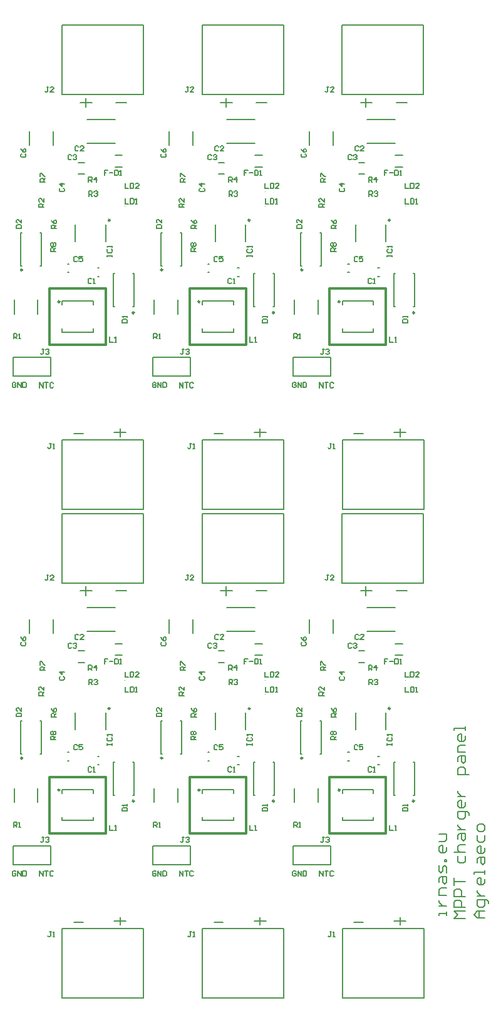
<source format=gto>
G04*
G04 #@! TF.GenerationSoftware,Altium Limited,Altium Designer,18.1.9 (240)*
G04*
G04 Layer_Color=65535*
%FSAX25Y25*%
%MOIN*%
G70*
G01*
G75*
%ADD26C,0.01181*%
%ADD43C,0.00787*%
%ADD44C,0.00394*%
%ADD45C,0.00984*%
%ADD46C,0.00591*%
D26*
X0305362Y0186716D02*
Y0216717D01*
X0335362D01*
Y0186716D02*
Y0216717D01*
X0305362Y0186716D02*
X0335362D01*
X0379929D02*
Y0216717D01*
X0409929D01*
Y0186716D02*
Y0216717D01*
X0379929Y0186716D02*
X0409929D01*
X0454496D02*
Y0216717D01*
X0484496D01*
Y0186716D02*
Y0216717D01*
X0454496Y0186716D02*
X0484496D01*
X0305362Y0446866D02*
Y0476866D01*
X0335362D01*
Y0446866D02*
Y0476866D01*
X0305362Y0446866D02*
X0335362D01*
X0379929D02*
Y0476866D01*
X0409929D01*
Y0446866D02*
Y0476866D01*
X0379929Y0446866D02*
X0409929D01*
X0454496D02*
Y0476866D01*
X0484496D01*
Y0446866D02*
Y0476866D01*
X0454496Y0446866D02*
X0484496D01*
D43*
X0516634Y0142913D02*
Y0144881D01*
Y0143897D01*
X0512698D01*
Y0142913D01*
Y0147833D02*
X0516634D01*
X0514666D01*
X0513682Y0148817D01*
X0512698Y0149801D01*
Y0150785D01*
X0516634Y0153737D02*
X0512698D01*
Y0156688D01*
X0513682Y0157672D01*
X0516634D01*
X0512698Y0160624D02*
Y0162592D01*
X0513682Y0163576D01*
X0516634D01*
Y0160624D01*
X0515650Y0159640D01*
X0514666Y0160624D01*
Y0163576D01*
X0516634Y0165544D02*
Y0168496D01*
X0515650Y0169480D01*
X0514666Y0168496D01*
Y0166528D01*
X0513682Y0165544D01*
X0512698Y0166528D01*
Y0169480D01*
X0516634Y0171448D02*
X0515650D01*
Y0172431D01*
X0516634D01*
Y0171448D01*
Y0179319D02*
Y0177351D01*
X0515650Y0176367D01*
X0513682D01*
X0512698Y0177351D01*
Y0179319D01*
X0513682Y0180303D01*
X0514666D01*
Y0176367D01*
X0512698Y0182271D02*
X0515650D01*
X0516634Y0183255D01*
Y0186206D01*
X0512698D01*
X0526575Y0141240D02*
X0520672D01*
X0522640Y0143208D01*
X0520672Y0145176D01*
X0526575D01*
Y0147144D02*
X0520672D01*
Y0150096D01*
X0521656Y0151079D01*
X0523624D01*
X0524608Y0150096D01*
Y0147144D01*
X0526575Y0153047D02*
X0520672D01*
Y0155999D01*
X0521656Y0156983D01*
X0523624D01*
X0524608Y0155999D01*
Y0153047D01*
X0520672Y0158951D02*
Y0162887D01*
Y0160919D01*
X0526575D01*
X0522640Y0174694D02*
Y0171742D01*
X0523624Y0170758D01*
X0525592D01*
X0526575Y0171742D01*
Y0174694D01*
X0520672Y0176662D02*
X0526575D01*
X0523624D01*
X0522640Y0177646D01*
Y0179614D01*
X0523624Y0180597D01*
X0526575D01*
X0522640Y0183549D02*
Y0185517D01*
X0523624Y0186501D01*
X0526575D01*
Y0183549D01*
X0525592Y0182565D01*
X0524608Y0183549D01*
Y0186501D01*
X0522640Y0188469D02*
X0526575D01*
X0524608D01*
X0523624Y0189453D01*
X0522640Y0190437D01*
Y0191421D01*
X0528543Y0196340D02*
Y0197324D01*
X0527559Y0198308D01*
X0522640D01*
Y0195357D01*
X0523624Y0194373D01*
X0525592D01*
X0526575Y0195357D01*
Y0198308D01*
Y0203228D02*
Y0201260D01*
X0525592Y0200276D01*
X0523624D01*
X0522640Y0201260D01*
Y0203228D01*
X0523624Y0204212D01*
X0524608D01*
Y0200276D01*
X0522640Y0206180D02*
X0526575D01*
X0524608D01*
X0523624Y0207164D01*
X0522640Y0208148D01*
Y0209132D01*
X0528543Y0217987D02*
X0522640D01*
Y0220939D01*
X0523624Y0221923D01*
X0525592D01*
X0526575Y0220939D01*
Y0217987D01*
X0522640Y0224874D02*
Y0226842D01*
X0523624Y0227826D01*
X0526575D01*
Y0224874D01*
X0525592Y0223891D01*
X0524608Y0224874D01*
Y0227826D01*
X0526575Y0229794D02*
X0522640D01*
Y0232746D01*
X0523624Y0233730D01*
X0526575D01*
Y0238650D02*
Y0236682D01*
X0525592Y0235698D01*
X0523624D01*
X0522640Y0236682D01*
Y0238650D01*
X0523624Y0239633D01*
X0524608D01*
Y0235698D01*
X0526575Y0241601D02*
Y0243569D01*
Y0242585D01*
X0520672D01*
Y0241601D01*
X0537107Y0141437D02*
X0533171D01*
X0531203Y0143405D01*
X0533171Y0145373D01*
X0537107D01*
X0534155D01*
Y0141437D01*
X0539075Y0149309D02*
Y0150292D01*
X0538091Y0151276D01*
X0533171D01*
Y0148325D01*
X0534155Y0147341D01*
X0536123D01*
X0537107Y0148325D01*
Y0151276D01*
X0533171Y0153244D02*
X0537107D01*
X0535139D01*
X0534155Y0154228D01*
X0533171Y0155212D01*
Y0156196D01*
X0537107Y0162100D02*
Y0160132D01*
X0536123Y0159148D01*
X0534155D01*
X0533171Y0160132D01*
Y0162100D01*
X0534155Y0163084D01*
X0535139D01*
Y0159148D01*
X0537107Y0165051D02*
Y0167019D01*
Y0166035D01*
X0531203D01*
Y0165051D01*
X0533171Y0170955D02*
Y0172923D01*
X0534155Y0173907D01*
X0537107D01*
Y0170955D01*
X0536123Y0169971D01*
X0535139Y0170955D01*
Y0173907D01*
X0537107Y0178826D02*
Y0176859D01*
X0536123Y0175875D01*
X0534155D01*
X0533171Y0176859D01*
Y0178826D01*
X0534155Y0179810D01*
X0535139D01*
Y0175875D01*
X0533171Y0185714D02*
Y0182762D01*
X0534155Y0181778D01*
X0536123D01*
X0537107Y0182762D01*
Y0185714D01*
Y0188666D02*
Y0190634D01*
X0536123Y0191618D01*
X0534155D01*
X0533171Y0190634D01*
Y0188666D01*
X0534155Y0187682D01*
X0536123D01*
X0537107Y0188666D01*
X0340835Y0315850D02*
X0346504D01*
X0321779Y0315929D02*
X0328000D01*
X0324693Y0313409D02*
Y0318173D01*
X0339693Y0140024D02*
X0346031D01*
X0342921Y0137858D02*
Y0141992D01*
X0318315Y0139276D02*
X0323236D01*
X0294614Y0293094D02*
Y0300575D01*
X0307213Y0293094D02*
Y0300575D01*
X0299181Y0203134D02*
Y0210614D01*
X0286583Y0203134D02*
Y0210614D01*
X0312095Y0209985D02*
X0328630D01*
X0312095Y0193449D02*
X0328630D01*
X0312095Y0208016D02*
Y0209985D01*
X0328630Y0208016D02*
Y0209985D01*
X0312095Y0193449D02*
Y0195418D01*
X0328630Y0193449D02*
Y0195418D01*
X0285953Y0170024D02*
Y0180024D01*
X0305953D01*
Y0170024D02*
Y0180024D01*
X0285953Y0170024D02*
X0305953D01*
X0340244Y0287642D02*
X0344181D01*
X0340244Y0281539D02*
X0344181D01*
X0289968Y0228842D02*
X0290657D01*
X0289968Y0246559D02*
X0290657D01*
X0300303Y0228842D02*
X0300992D01*
X0300303Y0246559D02*
X0300992D01*
X0289968Y0228842D02*
Y0246559D01*
X0300992Y0228842D02*
Y0246559D01*
X0339457Y0206992D02*
X0340146D01*
X0339457Y0224709D02*
X0340146D01*
X0349791Y0206992D02*
X0350480D01*
X0349791Y0224709D02*
X0350480D01*
X0339457Y0206992D02*
Y0224709D01*
X0350480Y0206992D02*
Y0224709D01*
X0330953Y0223193D02*
X0331740D01*
X0330953Y0227720D02*
X0331740D01*
X0325244Y0306835D02*
X0340205D01*
X0325244Y0294236D02*
X0340205D01*
X0320795Y0277720D02*
X0323945D01*
X0320795Y0283823D02*
X0323945D01*
X0315008Y0229925D02*
X0315795D01*
X0315008Y0225398D02*
X0315795D01*
X0319063Y0241843D02*
Y0250898D01*
X0335205Y0241843D02*
Y0250898D01*
X0312173Y0136075D02*
X0342646D01*
X0312173Y0098961D02*
Y0136075D01*
Y0098961D02*
X0355480D01*
Y0118311D01*
Y0136075D01*
X0342646D02*
X0355480D01*
X0324890Y0319957D02*
X0355362D01*
Y0357071D01*
X0312055D02*
X0355362D01*
X0312055Y0337720D02*
Y0357071D01*
Y0319957D02*
Y0337720D01*
Y0319957D02*
X0324890D01*
X0415402Y0315850D02*
X0421071D01*
X0396346Y0315929D02*
X0402567D01*
X0399260Y0313409D02*
Y0318173D01*
X0414260Y0140024D02*
X0420598D01*
X0417488Y0137858D02*
Y0141992D01*
X0392882Y0139276D02*
X0397803D01*
X0369181Y0293094D02*
Y0300575D01*
X0381780Y0293094D02*
Y0300575D01*
X0373748Y0203134D02*
Y0210614D01*
X0361150Y0203134D02*
Y0210614D01*
X0386662Y0209985D02*
X0403197D01*
X0386662Y0193449D02*
X0403197D01*
X0386662Y0208016D02*
Y0209985D01*
X0403197Y0208016D02*
Y0209985D01*
X0386662Y0193449D02*
Y0195418D01*
X0403197Y0193449D02*
Y0195418D01*
X0360520Y0170024D02*
Y0180024D01*
X0380520D01*
Y0170024D02*
Y0180024D01*
X0360520Y0170024D02*
X0380520D01*
X0414811Y0287642D02*
X0418748D01*
X0414811Y0281539D02*
X0418748D01*
X0364535Y0228842D02*
X0365224D01*
X0364535Y0246559D02*
X0365224D01*
X0374870Y0228842D02*
X0375559D01*
X0374870Y0246559D02*
X0375559D01*
X0364535Y0228842D02*
Y0246559D01*
X0375559Y0228842D02*
Y0246559D01*
X0414024Y0206992D02*
X0414713D01*
X0414024Y0224709D02*
X0414713D01*
X0424358Y0206992D02*
X0425047D01*
X0424358Y0224709D02*
X0425047D01*
X0414024Y0206992D02*
Y0224709D01*
X0425047Y0206992D02*
Y0224709D01*
X0405520Y0223193D02*
X0406307D01*
X0405520Y0227720D02*
X0406307D01*
X0399811Y0306835D02*
X0414772D01*
X0399811Y0294236D02*
X0414772D01*
X0395362Y0277720D02*
X0398512D01*
X0395362Y0283823D02*
X0398512D01*
X0389575Y0229925D02*
X0390362D01*
X0389575Y0225398D02*
X0390362D01*
X0393630Y0241843D02*
Y0250898D01*
X0409772Y0241843D02*
Y0250898D01*
X0386740Y0136075D02*
X0417213D01*
X0386740Y0098961D02*
Y0136075D01*
Y0098961D02*
X0430047D01*
Y0118311D01*
Y0136075D01*
X0417213D02*
X0430047D01*
X0399457Y0319957D02*
X0429929D01*
Y0357071D01*
X0386622D02*
X0429929D01*
X0386622Y0337720D02*
Y0357071D01*
Y0319957D02*
Y0337720D01*
Y0319957D02*
X0399457D01*
X0489968Y0315850D02*
X0495638D01*
X0470913Y0315929D02*
X0477134D01*
X0473827Y0313409D02*
Y0318173D01*
X0488827Y0140024D02*
X0495165D01*
X0492055Y0137858D02*
Y0141992D01*
X0467449Y0139276D02*
X0472370D01*
X0443748Y0293094D02*
Y0300575D01*
X0456346Y0293094D02*
Y0300575D01*
X0448315Y0203134D02*
Y0210614D01*
X0435716Y0203134D02*
Y0210614D01*
X0461229Y0209985D02*
X0477764D01*
X0461229Y0193449D02*
X0477764D01*
X0461229Y0208016D02*
Y0209985D01*
X0477764Y0208016D02*
Y0209985D01*
X0461229Y0193449D02*
Y0195418D01*
X0477764Y0193449D02*
Y0195418D01*
X0435087Y0170024D02*
Y0180024D01*
X0455087D01*
Y0170024D02*
Y0180024D01*
X0435087Y0170024D02*
X0455087D01*
X0489378Y0287642D02*
X0493315D01*
X0489378Y0281539D02*
X0493315D01*
X0439102Y0228842D02*
X0439791D01*
X0439102Y0246559D02*
X0439791D01*
X0449437Y0228842D02*
X0450126D01*
X0449437Y0246559D02*
X0450126D01*
X0439102Y0228842D02*
Y0246559D01*
X0450126Y0228842D02*
Y0246559D01*
X0488590Y0206992D02*
X0489280D01*
X0488590Y0224709D02*
X0489280D01*
X0498925Y0206992D02*
X0499614D01*
X0498925Y0224709D02*
X0499614D01*
X0488590Y0206992D02*
Y0224709D01*
X0499614Y0206992D02*
Y0224709D01*
X0480087Y0223193D02*
X0480874D01*
X0480087Y0227720D02*
X0480874D01*
X0474378Y0306835D02*
X0489339D01*
X0474378Y0294236D02*
X0489339D01*
X0469929Y0277720D02*
X0473079D01*
X0469929Y0283823D02*
X0473079D01*
X0464142Y0229925D02*
X0464929D01*
X0464142Y0225398D02*
X0464929D01*
X0468197Y0241843D02*
Y0250898D01*
X0484339Y0241843D02*
Y0250898D01*
X0461307Y0136075D02*
X0491780D01*
X0461307Y0098961D02*
Y0136075D01*
Y0098961D02*
X0504614D01*
Y0118311D01*
Y0136075D01*
X0491780D02*
X0504614D01*
X0474024Y0319957D02*
X0504496D01*
Y0357071D01*
X0461189D02*
X0504496D01*
X0461189Y0337720D02*
Y0357071D01*
Y0319957D02*
Y0337720D01*
Y0319957D02*
X0474024D01*
X0340835Y0576000D02*
X0346504D01*
X0321779Y0576078D02*
X0328000D01*
X0324693Y0573559D02*
Y0578323D01*
X0339693Y0400173D02*
X0346031D01*
X0342921Y0398007D02*
Y0402141D01*
X0318315Y0399425D02*
X0323236D01*
X0294614Y0553244D02*
Y0560724D01*
X0307213Y0553244D02*
Y0560724D01*
X0299181Y0463283D02*
Y0470763D01*
X0286583Y0463283D02*
Y0470763D01*
X0312095Y0470134D02*
X0328630D01*
X0312095Y0453598D02*
X0328630D01*
X0312095Y0468165D02*
Y0470134D01*
X0328630Y0468165D02*
Y0470134D01*
X0312095Y0453598D02*
Y0455567D01*
X0328630Y0453598D02*
Y0455567D01*
X0285953Y0430173D02*
Y0440173D01*
X0305953D01*
Y0430173D02*
Y0440173D01*
X0285953Y0430173D02*
X0305953D01*
X0340244Y0547791D02*
X0344181D01*
X0340244Y0541689D02*
X0344181D01*
X0289968Y0488992D02*
X0290657D01*
X0289968Y0506708D02*
X0290657D01*
X0300303Y0488992D02*
X0300992D01*
X0300303Y0506708D02*
X0300992D01*
X0289968Y0488992D02*
Y0506708D01*
X0300992Y0488992D02*
Y0506708D01*
X0339457Y0467141D02*
X0340146D01*
X0339457Y0484858D02*
X0340146D01*
X0349791Y0467141D02*
X0350480D01*
X0349791Y0484858D02*
X0350480D01*
X0339457Y0467141D02*
Y0484858D01*
X0350480Y0467141D02*
Y0484858D01*
X0330953Y0483342D02*
X0331740D01*
X0330953Y0487870D02*
X0331740D01*
X0325244Y0566984D02*
X0340205D01*
X0325244Y0554386D02*
X0340205D01*
X0320795Y0537870D02*
X0323945D01*
X0320795Y0543972D02*
X0323945D01*
X0315008Y0490074D02*
X0315795D01*
X0315008Y0485547D02*
X0315795D01*
X0319063Y0501992D02*
Y0511047D01*
X0335205Y0501992D02*
Y0511047D01*
X0312173Y0396224D02*
X0342646D01*
X0312173Y0359110D02*
Y0396224D01*
Y0359110D02*
X0355480D01*
Y0378460D01*
Y0396224D01*
X0342646D02*
X0355480D01*
X0324890Y0580106D02*
X0355362D01*
Y0617220D01*
X0312055D02*
X0355362D01*
X0312055Y0597870D02*
Y0617220D01*
Y0580106D02*
Y0597870D01*
Y0580106D02*
X0324890D01*
X0415402Y0576000D02*
X0421071D01*
X0396346Y0576078D02*
X0402567D01*
X0399260Y0573559D02*
Y0578323D01*
X0414260Y0400173D02*
X0420598D01*
X0417488Y0398007D02*
Y0402141D01*
X0392882Y0399425D02*
X0397803D01*
X0369181Y0553244D02*
Y0560724D01*
X0381780Y0553244D02*
Y0560724D01*
X0373748Y0463283D02*
Y0470763D01*
X0361150Y0463283D02*
Y0470763D01*
X0386662Y0470134D02*
X0403197D01*
X0386662Y0453598D02*
X0403197D01*
X0386662Y0468165D02*
Y0470134D01*
X0403197Y0468165D02*
Y0470134D01*
X0386662Y0453598D02*
Y0455567D01*
X0403197Y0453598D02*
Y0455567D01*
X0360520Y0430173D02*
Y0440173D01*
X0380520D01*
Y0430173D02*
Y0440173D01*
X0360520Y0430173D02*
X0380520D01*
X0414811Y0547791D02*
X0418748D01*
X0414811Y0541689D02*
X0418748D01*
X0364535Y0488992D02*
X0365224D01*
X0364535Y0506708D02*
X0365224D01*
X0374870Y0488992D02*
X0375559D01*
X0374870Y0506708D02*
X0375559D01*
X0364535Y0488992D02*
Y0506708D01*
X0375559Y0488992D02*
Y0506708D01*
X0414024Y0467141D02*
X0414713D01*
X0414024Y0484858D02*
X0414713D01*
X0424358Y0467141D02*
X0425047D01*
X0424358Y0484858D02*
X0425047D01*
X0414024Y0467141D02*
Y0484858D01*
X0425047Y0467141D02*
Y0484858D01*
X0405520Y0483342D02*
X0406307D01*
X0405520Y0487870D02*
X0406307D01*
X0399811Y0566984D02*
X0414772D01*
X0399811Y0554386D02*
X0414772D01*
X0395362Y0537870D02*
X0398512D01*
X0395362Y0543972D02*
X0398512D01*
X0389575Y0490074D02*
X0390362D01*
X0389575Y0485547D02*
X0390362D01*
X0393630Y0501992D02*
Y0511047D01*
X0409772Y0501992D02*
Y0511047D01*
X0386740Y0396224D02*
X0417213D01*
X0386740Y0359110D02*
Y0396224D01*
Y0359110D02*
X0430047D01*
Y0378460D01*
Y0396224D01*
X0417213D02*
X0430047D01*
X0399457Y0580106D02*
X0429929D01*
Y0617220D01*
X0386622D02*
X0429929D01*
X0386622Y0597870D02*
Y0617220D01*
Y0580106D02*
Y0597870D01*
Y0580106D02*
X0399457D01*
X0489968Y0576000D02*
X0495638D01*
X0470913Y0576078D02*
X0477134D01*
X0473827Y0573559D02*
Y0578323D01*
X0488827Y0400173D02*
X0495165D01*
X0492055Y0398007D02*
Y0402141D01*
X0467449Y0399425D02*
X0472370D01*
X0443748Y0553244D02*
Y0560724D01*
X0456346Y0553244D02*
Y0560724D01*
X0448315Y0463283D02*
Y0470763D01*
X0435716Y0463283D02*
Y0470763D01*
X0461229Y0470134D02*
X0477764D01*
X0461229Y0453598D02*
X0477764D01*
X0461229Y0468165D02*
Y0470134D01*
X0477764Y0468165D02*
Y0470134D01*
X0461229Y0453598D02*
Y0455567D01*
X0477764Y0453598D02*
Y0455567D01*
X0435087Y0430173D02*
Y0440173D01*
X0455087D01*
Y0430173D02*
Y0440173D01*
X0435087Y0430173D02*
X0455087D01*
X0489378Y0547791D02*
X0493315D01*
X0489378Y0541689D02*
X0493315D01*
X0439102Y0488992D02*
X0439791D01*
X0439102Y0506708D02*
X0439791D01*
X0449437Y0488992D02*
X0450126D01*
X0449437Y0506708D02*
X0450126D01*
X0439102Y0488992D02*
Y0506708D01*
X0450126Y0488992D02*
Y0506708D01*
X0488590Y0467141D02*
X0489280D01*
X0488590Y0484858D02*
X0489280D01*
X0498925Y0467141D02*
X0499614D01*
X0498925Y0484858D02*
X0499614D01*
X0488590Y0467141D02*
Y0484858D01*
X0499614Y0467141D02*
Y0484858D01*
X0480087Y0483342D02*
X0480874D01*
X0480087Y0487870D02*
X0480874D01*
X0474378Y0566984D02*
X0489339D01*
X0474378Y0554386D02*
X0489339D01*
X0469929Y0537870D02*
X0473079D01*
X0469929Y0543972D02*
X0473079D01*
X0464142Y0490074D02*
X0464929D01*
X0464142Y0485547D02*
X0464929D01*
X0468197Y0501992D02*
Y0511047D01*
X0484339Y0501992D02*
Y0511047D01*
X0461307Y0396224D02*
X0491780D01*
X0461307Y0359110D02*
Y0396224D01*
Y0359110D02*
X0504614D01*
Y0378460D01*
Y0396224D01*
X0491780D02*
X0504614D01*
X0474024Y0580106D02*
X0504496D01*
Y0617220D01*
X0461189D02*
X0504496D01*
X0461189Y0597870D02*
Y0617220D01*
Y0580106D02*
Y0597870D01*
Y0580106D02*
X0474024D01*
D44*
X0345662Y0260645D02*
G03*
X0345662Y0260645I-0000197J0000000D01*
G01*
Y0268145D02*
G03*
X0345662Y0268145I-0000197J0000000D01*
G01*
X0420229Y0260645D02*
G03*
X0420229Y0260645I-0000197J0000000D01*
G01*
Y0268145D02*
G03*
X0420229Y0268145I-0000197J0000000D01*
G01*
X0494796Y0260645D02*
G03*
X0494796Y0260645I-0000197J0000000D01*
G01*
Y0268145D02*
G03*
X0494796Y0268145I-0000197J0000000D01*
G01*
X0345662Y0520794D02*
G03*
X0345662Y0520794I-0000197J0000000D01*
G01*
Y0528294D02*
G03*
X0345662Y0528294I-0000197J0000000D01*
G01*
X0420229Y0520794D02*
G03*
X0420229Y0520794I-0000197J0000000D01*
G01*
Y0528294D02*
G03*
X0420229Y0528294I-0000197J0000000D01*
G01*
X0494796Y0520794D02*
G03*
X0494796Y0520794I-0000197J0000000D01*
G01*
Y0528294D02*
G03*
X0494796Y0528294I-0000197J0000000D01*
G01*
D45*
X0310855Y0209717D02*
G03*
X0310855Y0209717I-0000492J0000000D01*
G01*
X0290972Y0226701D02*
G03*
X0290972Y0226701I-0000492J0000000D01*
G01*
X0350461Y0203850D02*
G03*
X0350461Y0203850I-0000492J0000000D01*
G01*
X0337567Y0253161D02*
G03*
X0337567Y0253161I-0000492J0000000D01*
G01*
X0385422Y0209717D02*
G03*
X0385422Y0209717I-0000492J0000000D01*
G01*
X0365539Y0226701D02*
G03*
X0365539Y0226701I-0000492J0000000D01*
G01*
X0425028Y0203850D02*
G03*
X0425028Y0203850I-0000492J0000000D01*
G01*
X0412134Y0253161D02*
G03*
X0412134Y0253161I-0000492J0000000D01*
G01*
X0459989Y0209717D02*
G03*
X0459989Y0209717I-0000492J0000000D01*
G01*
X0440106Y0226701D02*
G03*
X0440106Y0226701I-0000492J0000000D01*
G01*
X0499594Y0203850D02*
G03*
X0499594Y0203850I-0000492J0000000D01*
G01*
X0486701Y0253161D02*
G03*
X0486701Y0253161I-0000492J0000000D01*
G01*
X0310855Y0469866D02*
G03*
X0310855Y0469866I-0000492J0000000D01*
G01*
X0290972Y0486850D02*
G03*
X0290972Y0486850I-0000492J0000000D01*
G01*
X0350461Y0464000D02*
G03*
X0350461Y0464000I-0000492J0000000D01*
G01*
X0337567Y0513311D02*
G03*
X0337567Y0513311I-0000492J0000000D01*
G01*
X0385422Y0469866D02*
G03*
X0385422Y0469866I-0000492J0000000D01*
G01*
X0365539Y0486850D02*
G03*
X0365539Y0486850I-0000492J0000000D01*
G01*
X0425028Y0464000D02*
G03*
X0425028Y0464000I-0000492J0000000D01*
G01*
X0412134Y0513311D02*
G03*
X0412134Y0513311I-0000492J0000000D01*
G01*
X0459989Y0469866D02*
G03*
X0459989Y0469866I-0000492J0000000D01*
G01*
X0440106Y0486850D02*
G03*
X0440106Y0486850I-0000492J0000000D01*
G01*
X0499594Y0464000D02*
G03*
X0499594Y0464000I-0000492J0000000D01*
G01*
X0486701Y0513311D02*
G03*
X0486701Y0513311I-0000492J0000000D01*
G01*
D46*
X0287514Y0166256D02*
X0287055Y0166716D01*
X0286136D01*
X0285677Y0166256D01*
Y0164420D01*
X0286136Y0163961D01*
X0287055D01*
X0287514Y0164420D01*
Y0165338D01*
X0286596D01*
X0288432Y0163961D02*
Y0166716D01*
X0290269Y0163961D01*
Y0166716D01*
X0291187D02*
Y0163961D01*
X0292565D01*
X0293024Y0164420D01*
Y0166256D01*
X0292565Y0166716D01*
X0291187D01*
X0300047Y0163882D02*
Y0166637D01*
X0301884Y0163882D01*
Y0166637D01*
X0302802D02*
X0304639D01*
X0303721D01*
Y0163882D01*
X0307394Y0166178D02*
X0306935Y0166637D01*
X0306016D01*
X0305557Y0166178D01*
Y0164341D01*
X0306016Y0163882D01*
X0306935D01*
X0307394Y0164341D01*
X0290547Y0288474D02*
X0290088Y0288015D01*
Y0287097D01*
X0290547Y0286638D01*
X0292383D01*
X0292843Y0287097D01*
Y0288015D01*
X0292383Y0288474D01*
X0290088Y0291230D02*
X0290547Y0290311D01*
X0291465Y0289393D01*
X0292383D01*
X0292843Y0289852D01*
Y0290770D01*
X0292383Y0291230D01*
X0291924D01*
X0291465Y0290770D01*
Y0289393D01*
X0326346Y0265929D02*
Y0268684D01*
X0327724D01*
X0328183Y0268225D01*
Y0267307D01*
X0327724Y0266847D01*
X0326346D01*
X0327265D02*
X0328183Y0265929D01*
X0329101Y0268225D02*
X0329561Y0268684D01*
X0330479D01*
X0330938Y0268225D01*
Y0267766D01*
X0330479Y0267307D01*
X0330020D01*
X0330479D01*
X0330938Y0266847D01*
Y0266388D01*
X0330479Y0265929D01*
X0329561D01*
X0329101Y0266388D01*
X0326189Y0273449D02*
Y0276204D01*
X0327567D01*
X0328026Y0275745D01*
Y0274826D01*
X0327567Y0274367D01*
X0326189D01*
X0327107D02*
X0328026Y0273449D01*
X0330322D02*
Y0276204D01*
X0328944Y0274826D01*
X0330781D01*
X0302449Y0260063D02*
X0299694D01*
Y0261440D01*
X0300153Y0261900D01*
X0301071D01*
X0301531Y0261440D01*
Y0260063D01*
Y0260981D02*
X0302449Y0261900D01*
Y0264655D02*
Y0262818D01*
X0300612Y0264655D01*
X0300153D01*
X0299694Y0264195D01*
Y0263277D01*
X0300153Y0262818D01*
X0303157Y0273528D02*
X0300402D01*
Y0274905D01*
X0300862Y0275364D01*
X0301780D01*
X0302239Y0274905D01*
Y0273528D01*
Y0274446D02*
X0303157Y0275364D01*
X0300402Y0276283D02*
Y0278119D01*
X0300862D01*
X0302698Y0276283D01*
X0303157D01*
X0309024Y0248646D02*
X0306269D01*
Y0250023D01*
X0306728Y0250482D01*
X0307646D01*
X0308105Y0250023D01*
Y0248646D01*
Y0249564D02*
X0309024Y0250482D01*
X0306269Y0253237D02*
X0306728Y0252319D01*
X0307646Y0251401D01*
X0308564D01*
X0309024Y0251860D01*
Y0252778D01*
X0308564Y0253237D01*
X0308105D01*
X0307646Y0252778D01*
Y0251401D01*
X0308748Y0236480D02*
X0305993D01*
Y0237858D01*
X0306452Y0238317D01*
X0307370D01*
X0307830Y0237858D01*
Y0236480D01*
Y0237399D02*
X0308748Y0238317D01*
X0306452Y0239235D02*
X0305993Y0239694D01*
Y0240613D01*
X0306452Y0241072D01*
X0306911D01*
X0307370Y0240613D01*
X0307830Y0241072D01*
X0308289D01*
X0308748Y0240613D01*
Y0239694D01*
X0308289Y0239235D01*
X0307830D01*
X0307370Y0239694D01*
X0306911Y0239235D01*
X0306452D01*
X0307370Y0239694D02*
Y0240613D01*
X0286228Y0189945D02*
Y0192700D01*
X0287606D01*
X0288065Y0192241D01*
Y0191322D01*
X0287606Y0190863D01*
X0286228D01*
X0287147D02*
X0288065Y0189945D01*
X0288983D02*
X0289902D01*
X0289442D01*
Y0192700D01*
X0288983Y0192241D01*
X0345677Y0264629D02*
Y0261874D01*
X0347514D01*
X0348432Y0264629D02*
Y0261874D01*
X0349810D01*
X0350269Y0262333D01*
Y0264170D01*
X0349810Y0264629D01*
X0348432D01*
X0351187Y0261874D02*
X0352105D01*
X0351646D01*
Y0264629D01*
X0351187Y0264170D01*
X0345598Y0272739D02*
Y0269984D01*
X0347435D01*
X0348353Y0272739D02*
Y0269984D01*
X0349731D01*
X0350190Y0270443D01*
Y0272280D01*
X0349731Y0272739D01*
X0348353D01*
X0352945Y0269984D02*
X0351109D01*
X0352945Y0271821D01*
Y0272280D01*
X0352486Y0272739D01*
X0351568D01*
X0351109Y0272280D01*
X0337362Y0190972D02*
Y0188216D01*
X0339199D01*
X0340117D02*
X0341036D01*
X0340576D01*
Y0190972D01*
X0340117Y0190512D01*
X0302396Y0184550D02*
X0301477D01*
X0301937D01*
Y0182254D01*
X0301477Y0181795D01*
X0301018D01*
X0300559Y0182254D01*
X0303314Y0184091D02*
X0303773Y0184550D01*
X0304692D01*
X0305151Y0184091D01*
Y0183632D01*
X0304692Y0183173D01*
X0304232D01*
X0304692D01*
X0305151Y0182714D01*
Y0182254D01*
X0304692Y0181795D01*
X0303773D01*
X0303314Y0182254D01*
X0336372Y0279708D02*
X0334535D01*
Y0278330D01*
X0335454D01*
X0334535D01*
Y0276953D01*
X0337291Y0278330D02*
X0339127D01*
X0340045Y0279708D02*
Y0276953D01*
X0341423D01*
X0341882Y0277412D01*
Y0279249D01*
X0341423Y0279708D01*
X0340045D01*
X0342800Y0276953D02*
X0343719D01*
X0343260D01*
Y0279708D01*
X0342800Y0279249D01*
X0287765Y0248882D02*
X0290520D01*
Y0250259D01*
X0290060Y0250719D01*
X0288224D01*
X0287765Y0250259D01*
Y0248882D01*
X0290520Y0253474D02*
Y0251637D01*
X0288683Y0253474D01*
X0288224D01*
X0287765Y0253014D01*
Y0252096D01*
X0288224Y0251637D01*
X0344103Y0198528D02*
X0346858D01*
Y0199905D01*
X0346399Y0200364D01*
X0344562D01*
X0344103Y0199905D01*
Y0198528D01*
X0346858Y0201283D02*
Y0202201D01*
Y0201742D01*
X0344103D01*
X0344562Y0201283D01*
X0311019Y0270207D02*
X0310560Y0269748D01*
Y0268829D01*
X0311019Y0268370D01*
X0312856D01*
X0313315Y0268829D01*
Y0269748D01*
X0312856Y0270207D01*
X0313315Y0272503D02*
X0310560D01*
X0311937Y0271125D01*
Y0272962D01*
X0327750Y0221690D02*
X0327291Y0222149D01*
X0326373D01*
X0325913Y0221690D01*
Y0219853D01*
X0326373Y0219394D01*
X0327291D01*
X0327750Y0219853D01*
X0328668Y0219394D02*
X0329587D01*
X0329128D01*
Y0222149D01*
X0328668Y0221690D01*
X0320782Y0292241D02*
X0320322Y0292700D01*
X0319404D01*
X0318945Y0292241D01*
Y0290404D01*
X0319404Y0289945D01*
X0320322D01*
X0320782Y0290404D01*
X0323537Y0289945D02*
X0321700D01*
X0323537Y0291782D01*
Y0292241D01*
X0323077Y0292700D01*
X0322159D01*
X0321700Y0292241D01*
X0317081Y0287595D02*
X0316622Y0288054D01*
X0315703D01*
X0315244Y0287595D01*
Y0285758D01*
X0315703Y0285299D01*
X0316622D01*
X0317081Y0285758D01*
X0317999Y0287595D02*
X0318458Y0288054D01*
X0319377D01*
X0319836Y0287595D01*
Y0287136D01*
X0319377Y0286677D01*
X0318917D01*
X0319377D01*
X0319836Y0286217D01*
Y0285758D01*
X0319377Y0285299D01*
X0318458D01*
X0317999Y0285758D01*
X0320230Y0233422D02*
X0319771Y0233881D01*
X0318853D01*
X0318394Y0233422D01*
Y0231585D01*
X0318853Y0231126D01*
X0319771D01*
X0320230Y0231585D01*
X0322985Y0233881D02*
X0321149D01*
Y0232504D01*
X0322067Y0232963D01*
X0322526D01*
X0322985Y0232504D01*
Y0231585D01*
X0322526Y0231126D01*
X0321608D01*
X0321149Y0231585D01*
X0335954Y0233606D02*
Y0234525D01*
Y0234066D01*
X0338709D01*
Y0233606D01*
Y0234525D01*
X0336413Y0237739D02*
X0335954Y0237280D01*
Y0236361D01*
X0336413Y0235902D01*
X0338249D01*
X0338709Y0236361D01*
Y0237280D01*
X0338249Y0237739D01*
X0338709Y0238657D02*
Y0239576D01*
Y0239116D01*
X0335954D01*
X0336413Y0238657D01*
X0306333Y0134235D02*
X0305414D01*
X0305874D01*
Y0131939D01*
X0305414Y0131480D01*
X0304955D01*
X0304496Y0131939D01*
X0307251Y0131480D02*
X0308169D01*
X0307710D01*
Y0134235D01*
X0307251Y0133776D01*
X0304837Y0324196D02*
X0303918D01*
X0304378D01*
Y0321900D01*
X0303918Y0321441D01*
X0303459D01*
X0303000Y0321900D01*
X0307592Y0321441D02*
X0305755D01*
X0307592Y0323278D01*
Y0323737D01*
X0307133Y0324196D01*
X0306214D01*
X0305755Y0323737D01*
X0362081Y0166256D02*
X0361622Y0166716D01*
X0360703D01*
X0360244Y0166256D01*
Y0164420D01*
X0360703Y0163961D01*
X0361622D01*
X0362081Y0164420D01*
Y0165338D01*
X0361162D01*
X0362999Y0163961D02*
Y0166716D01*
X0364836Y0163961D01*
Y0166716D01*
X0365754D02*
Y0163961D01*
X0367132D01*
X0367591Y0164420D01*
Y0166256D01*
X0367132Y0166716D01*
X0365754D01*
X0374614Y0163882D02*
Y0166637D01*
X0376451Y0163882D01*
Y0166637D01*
X0377369D02*
X0379206D01*
X0378288D01*
Y0163882D01*
X0381961Y0166178D02*
X0381502Y0166637D01*
X0380583D01*
X0380124Y0166178D01*
Y0164341D01*
X0380583Y0163882D01*
X0381502D01*
X0381961Y0164341D01*
X0365114Y0288474D02*
X0364654Y0288015D01*
Y0287097D01*
X0365114Y0286638D01*
X0366950D01*
X0367409Y0287097D01*
Y0288015D01*
X0366950Y0288474D01*
X0364654Y0291230D02*
X0365114Y0290311D01*
X0366032Y0289393D01*
X0366950D01*
X0367409Y0289852D01*
Y0290770D01*
X0366950Y0291230D01*
X0366491D01*
X0366032Y0290770D01*
Y0289393D01*
X0400913Y0265929D02*
Y0268684D01*
X0402291D01*
X0402750Y0268225D01*
Y0267307D01*
X0402291Y0266847D01*
X0400913D01*
X0401832D02*
X0402750Y0265929D01*
X0403668Y0268225D02*
X0404128Y0268684D01*
X0405046D01*
X0405505Y0268225D01*
Y0267766D01*
X0405046Y0267307D01*
X0404587D01*
X0405046D01*
X0405505Y0266847D01*
Y0266388D01*
X0405046Y0265929D01*
X0404128D01*
X0403668Y0266388D01*
X0400756Y0273449D02*
Y0276204D01*
X0402133D01*
X0402593Y0275745D01*
Y0274826D01*
X0402133Y0274367D01*
X0400756D01*
X0401674D02*
X0402593Y0273449D01*
X0404888D02*
Y0276204D01*
X0403511Y0274826D01*
X0405348D01*
X0377016Y0260063D02*
X0374261D01*
Y0261440D01*
X0374720Y0261900D01*
X0375638D01*
X0376097Y0261440D01*
Y0260063D01*
Y0260981D02*
X0377016Y0261900D01*
Y0264655D02*
Y0262818D01*
X0375179Y0264655D01*
X0374720D01*
X0374261Y0264195D01*
Y0263277D01*
X0374720Y0262818D01*
X0377724Y0273528D02*
X0374969D01*
Y0274905D01*
X0375429Y0275364D01*
X0376347D01*
X0376806Y0274905D01*
Y0273528D01*
Y0274446D02*
X0377724Y0275364D01*
X0374969Y0276283D02*
Y0278119D01*
X0375429D01*
X0377265Y0276283D01*
X0377724D01*
X0383591Y0248646D02*
X0380836D01*
Y0250023D01*
X0381295Y0250482D01*
X0382213D01*
X0382672Y0250023D01*
Y0248646D01*
Y0249564D02*
X0383591Y0250482D01*
X0380836Y0253237D02*
X0381295Y0252319D01*
X0382213Y0251401D01*
X0383131D01*
X0383591Y0251860D01*
Y0252778D01*
X0383131Y0253237D01*
X0382672D01*
X0382213Y0252778D01*
Y0251401D01*
X0383315Y0236480D02*
X0380560D01*
Y0237858D01*
X0381019Y0238317D01*
X0381937D01*
X0382397Y0237858D01*
Y0236480D01*
Y0237399D02*
X0383315Y0238317D01*
X0381019Y0239235D02*
X0380560Y0239694D01*
Y0240613D01*
X0381019Y0241072D01*
X0381478D01*
X0381937Y0240613D01*
X0382397Y0241072D01*
X0382856D01*
X0383315Y0240613D01*
Y0239694D01*
X0382856Y0239235D01*
X0382397D01*
X0381937Y0239694D01*
X0381478Y0239235D01*
X0381019D01*
X0381937Y0239694D02*
Y0240613D01*
X0360795Y0189945D02*
Y0192700D01*
X0362173D01*
X0362632Y0192241D01*
Y0191322D01*
X0362173Y0190863D01*
X0360795D01*
X0361714D02*
X0362632Y0189945D01*
X0363550D02*
X0364469D01*
X0364009D01*
Y0192700D01*
X0363550Y0192241D01*
X0420244Y0264629D02*
Y0261874D01*
X0422081D01*
X0422999Y0264629D02*
Y0261874D01*
X0424377D01*
X0424836Y0262333D01*
Y0264170D01*
X0424377Y0264629D01*
X0422999D01*
X0425754Y0261874D02*
X0426673D01*
X0426213D01*
Y0264629D01*
X0425754Y0264170D01*
X0420165Y0272739D02*
Y0269984D01*
X0422002D01*
X0422920Y0272739D02*
Y0269984D01*
X0424298D01*
X0424757Y0270443D01*
Y0272280D01*
X0424298Y0272739D01*
X0422920D01*
X0427512Y0269984D02*
X0425675D01*
X0427512Y0271821D01*
Y0272280D01*
X0427053Y0272739D01*
X0426135D01*
X0425675Y0272280D01*
X0411929Y0190972D02*
Y0188216D01*
X0413766D01*
X0414684D02*
X0415602D01*
X0415143D01*
Y0190972D01*
X0414684Y0190512D01*
X0376963Y0184550D02*
X0376044D01*
X0376503D01*
Y0182254D01*
X0376044Y0181795D01*
X0375585D01*
X0375126Y0182254D01*
X0377881Y0184091D02*
X0378340Y0184550D01*
X0379258D01*
X0379718Y0184091D01*
Y0183632D01*
X0379258Y0183173D01*
X0378799D01*
X0379258D01*
X0379718Y0182714D01*
Y0182254D01*
X0379258Y0181795D01*
X0378340D01*
X0377881Y0182254D01*
X0410939Y0279708D02*
X0409102D01*
Y0278330D01*
X0410021D01*
X0409102D01*
Y0276953D01*
X0411857Y0278330D02*
X0413694D01*
X0414612Y0279708D02*
Y0276953D01*
X0415990D01*
X0416449Y0277412D01*
Y0279249D01*
X0415990Y0279708D01*
X0414612D01*
X0417367Y0276953D02*
X0418286D01*
X0417827D01*
Y0279708D01*
X0417367Y0279249D01*
X0362332Y0248882D02*
X0365087D01*
Y0250259D01*
X0364627Y0250719D01*
X0362791D01*
X0362332Y0250259D01*
Y0248882D01*
X0365087Y0253474D02*
Y0251637D01*
X0363250Y0253474D01*
X0362791D01*
X0362332Y0253014D01*
Y0252096D01*
X0362791Y0251637D01*
X0418670Y0198528D02*
X0421425D01*
Y0199905D01*
X0420966Y0200364D01*
X0419129D01*
X0418670Y0199905D01*
Y0198528D01*
X0421425Y0201283D02*
Y0202201D01*
Y0201742D01*
X0418670D01*
X0419129Y0201283D01*
X0385586Y0270207D02*
X0385127Y0269748D01*
Y0268829D01*
X0385586Y0268370D01*
X0387423D01*
X0387882Y0268829D01*
Y0269748D01*
X0387423Y0270207D01*
X0387882Y0272503D02*
X0385127D01*
X0386504Y0271125D01*
Y0272962D01*
X0402317Y0221690D02*
X0401858Y0222149D01*
X0400940D01*
X0400480Y0221690D01*
Y0219853D01*
X0400940Y0219394D01*
X0401858D01*
X0402317Y0219853D01*
X0403235Y0219394D02*
X0404154D01*
X0403694D01*
Y0222149D01*
X0403235Y0221690D01*
X0395349Y0292241D02*
X0394889Y0292700D01*
X0393971D01*
X0393512Y0292241D01*
Y0290404D01*
X0393971Y0289945D01*
X0394889D01*
X0395349Y0290404D01*
X0398103Y0289945D02*
X0396267D01*
X0398103Y0291782D01*
Y0292241D01*
X0397644Y0292700D01*
X0396726D01*
X0396267Y0292241D01*
X0391648Y0287595D02*
X0391189Y0288054D01*
X0390270D01*
X0389811Y0287595D01*
Y0285758D01*
X0390270Y0285299D01*
X0391189D01*
X0391648Y0285758D01*
X0392566Y0287595D02*
X0393025Y0288054D01*
X0393944D01*
X0394403Y0287595D01*
Y0287136D01*
X0393944Y0286677D01*
X0393484D01*
X0393944D01*
X0394403Y0286217D01*
Y0285758D01*
X0393944Y0285299D01*
X0393025D01*
X0392566Y0285758D01*
X0394797Y0233422D02*
X0394338Y0233881D01*
X0393420D01*
X0392961Y0233422D01*
Y0231585D01*
X0393420Y0231126D01*
X0394338D01*
X0394797Y0231585D01*
X0397552Y0233881D02*
X0395716D01*
Y0232504D01*
X0396634Y0232963D01*
X0397093D01*
X0397552Y0232504D01*
Y0231585D01*
X0397093Y0231126D01*
X0396175D01*
X0395716Y0231585D01*
X0410521Y0233606D02*
Y0234525D01*
Y0234066D01*
X0413276D01*
Y0233606D01*
Y0234525D01*
X0410980Y0237739D02*
X0410521Y0237280D01*
Y0236361D01*
X0410980Y0235902D01*
X0412816D01*
X0413276Y0236361D01*
Y0237280D01*
X0412816Y0237739D01*
X0413276Y0238657D02*
Y0239576D01*
Y0239116D01*
X0410521D01*
X0410980Y0238657D01*
X0380900Y0134235D02*
X0379981D01*
X0380440D01*
Y0131939D01*
X0379981Y0131480D01*
X0379522D01*
X0379063Y0131939D01*
X0381818Y0131480D02*
X0382736D01*
X0382277D01*
Y0134235D01*
X0381818Y0133776D01*
X0379404Y0324196D02*
X0378485D01*
X0378944D01*
Y0321900D01*
X0378485Y0321441D01*
X0378026D01*
X0377567Y0321900D01*
X0382159Y0321441D02*
X0380322D01*
X0382159Y0323278D01*
Y0323737D01*
X0381699Y0324196D01*
X0380781D01*
X0380322Y0323737D01*
X0436648Y0166256D02*
X0436189Y0166716D01*
X0435270D01*
X0434811Y0166256D01*
Y0164420D01*
X0435270Y0163961D01*
X0436189D01*
X0436648Y0164420D01*
Y0165338D01*
X0435729D01*
X0437566Y0163961D02*
Y0166716D01*
X0439403Y0163961D01*
Y0166716D01*
X0440321D02*
Y0163961D01*
X0441699D01*
X0442158Y0164420D01*
Y0166256D01*
X0441699Y0166716D01*
X0440321D01*
X0449181Y0163882D02*
Y0166637D01*
X0451018Y0163882D01*
Y0166637D01*
X0451936D02*
X0453773D01*
X0452854D01*
Y0163882D01*
X0456528Y0166178D02*
X0456069Y0166637D01*
X0455150D01*
X0454691Y0166178D01*
Y0164341D01*
X0455150Y0163882D01*
X0456069D01*
X0456528Y0164341D01*
X0439680Y0288474D02*
X0439221Y0288015D01*
Y0287097D01*
X0439680Y0286638D01*
X0441517D01*
X0441976Y0287097D01*
Y0288015D01*
X0441517Y0288474D01*
X0439221Y0291230D02*
X0439680Y0290311D01*
X0440599Y0289393D01*
X0441517D01*
X0441976Y0289852D01*
Y0290770D01*
X0441517Y0291230D01*
X0441058D01*
X0440599Y0290770D01*
Y0289393D01*
X0475480Y0265929D02*
Y0268684D01*
X0476858D01*
X0477317Y0268225D01*
Y0267307D01*
X0476858Y0266847D01*
X0475480D01*
X0476399D02*
X0477317Y0265929D01*
X0478235Y0268225D02*
X0478694Y0268684D01*
X0479613D01*
X0480072Y0268225D01*
Y0267766D01*
X0479613Y0267307D01*
X0479154D01*
X0479613D01*
X0480072Y0266847D01*
Y0266388D01*
X0479613Y0265929D01*
X0478694D01*
X0478235Y0266388D01*
X0475323Y0273449D02*
Y0276204D01*
X0476700D01*
X0477160Y0275745D01*
Y0274826D01*
X0476700Y0274367D01*
X0475323D01*
X0476241D02*
X0477160Y0273449D01*
X0479455D02*
Y0276204D01*
X0478078Y0274826D01*
X0479915D01*
X0451583Y0260063D02*
X0448828D01*
Y0261440D01*
X0449287Y0261900D01*
X0450205D01*
X0450664Y0261440D01*
Y0260063D01*
Y0260981D02*
X0451583Y0261900D01*
Y0264655D02*
Y0262818D01*
X0449746Y0264655D01*
X0449287D01*
X0448828Y0264195D01*
Y0263277D01*
X0449287Y0262818D01*
X0452291Y0273528D02*
X0449536D01*
Y0274905D01*
X0449996Y0275364D01*
X0450914D01*
X0451373Y0274905D01*
Y0273528D01*
Y0274446D02*
X0452291Y0275364D01*
X0449536Y0276283D02*
Y0278119D01*
X0449996D01*
X0451832Y0276283D01*
X0452291D01*
X0458157Y0248646D02*
X0455402D01*
Y0250023D01*
X0455862Y0250482D01*
X0456780D01*
X0457239Y0250023D01*
Y0248646D01*
Y0249564D02*
X0458157Y0250482D01*
X0455402Y0253237D02*
X0455862Y0252319D01*
X0456780Y0251401D01*
X0457698D01*
X0458157Y0251860D01*
Y0252778D01*
X0457698Y0253237D01*
X0457239D01*
X0456780Y0252778D01*
Y0251401D01*
X0457882Y0236480D02*
X0455127D01*
Y0237858D01*
X0455586Y0238317D01*
X0456504D01*
X0456963Y0237858D01*
Y0236480D01*
Y0237399D02*
X0457882Y0238317D01*
X0455586Y0239235D02*
X0455127Y0239694D01*
Y0240613D01*
X0455586Y0241072D01*
X0456045D01*
X0456504Y0240613D01*
X0456963Y0241072D01*
X0457423D01*
X0457882Y0240613D01*
Y0239694D01*
X0457423Y0239235D01*
X0456963D01*
X0456504Y0239694D01*
X0456045Y0239235D01*
X0455586D01*
X0456504Y0239694D02*
Y0240613D01*
X0435362Y0189945D02*
Y0192700D01*
X0436740D01*
X0437199Y0192241D01*
Y0191322D01*
X0436740Y0190863D01*
X0435362D01*
X0436280D02*
X0437199Y0189945D01*
X0438117D02*
X0439036D01*
X0438576D01*
Y0192700D01*
X0438117Y0192241D01*
X0494811Y0264629D02*
Y0261874D01*
X0496648D01*
X0497566Y0264629D02*
Y0261874D01*
X0498944D01*
X0499403Y0262333D01*
Y0264170D01*
X0498944Y0264629D01*
X0497566D01*
X0500321Y0261874D02*
X0501239D01*
X0500780D01*
Y0264629D01*
X0500321Y0264170D01*
X0494732Y0272739D02*
Y0269984D01*
X0496569D01*
X0497487Y0272739D02*
Y0269984D01*
X0498865D01*
X0499324Y0270443D01*
Y0272280D01*
X0498865Y0272739D01*
X0497487D01*
X0502079Y0269984D02*
X0500242D01*
X0502079Y0271821D01*
Y0272280D01*
X0501620Y0272739D01*
X0500702D01*
X0500242Y0272280D01*
X0486496Y0190972D02*
Y0188216D01*
X0488333D01*
X0489251D02*
X0490169D01*
X0489710D01*
Y0190972D01*
X0489251Y0190512D01*
X0451530Y0184550D02*
X0450611D01*
X0451070D01*
Y0182254D01*
X0450611Y0181795D01*
X0450152D01*
X0449693Y0182254D01*
X0452448Y0184091D02*
X0452907Y0184550D01*
X0453825D01*
X0454285Y0184091D01*
Y0183632D01*
X0453825Y0183173D01*
X0453366D01*
X0453825D01*
X0454285Y0182714D01*
Y0182254D01*
X0453825Y0181795D01*
X0452907D01*
X0452448Y0182254D01*
X0485506Y0279708D02*
X0483669D01*
Y0278330D01*
X0484588D01*
X0483669D01*
Y0276953D01*
X0486424Y0278330D02*
X0488261D01*
X0489179Y0279708D02*
Y0276953D01*
X0490557D01*
X0491016Y0277412D01*
Y0279249D01*
X0490557Y0279708D01*
X0489179D01*
X0491934Y0276953D02*
X0492853D01*
X0492393D01*
Y0279708D01*
X0491934Y0279249D01*
X0436899Y0248882D02*
X0439653D01*
Y0250259D01*
X0439194Y0250719D01*
X0437358D01*
X0436899Y0250259D01*
Y0248882D01*
X0439653Y0253474D02*
Y0251637D01*
X0437817Y0253474D01*
X0437358D01*
X0436899Y0253014D01*
Y0252096D01*
X0437358Y0251637D01*
X0493237Y0198528D02*
X0495992D01*
Y0199905D01*
X0495533Y0200364D01*
X0493696D01*
X0493237Y0199905D01*
Y0198528D01*
X0495992Y0201283D02*
Y0202201D01*
Y0201742D01*
X0493237D01*
X0493696Y0201283D01*
X0460153Y0270207D02*
X0459694Y0269748D01*
Y0268829D01*
X0460153Y0268370D01*
X0461990D01*
X0462449Y0268829D01*
Y0269748D01*
X0461990Y0270207D01*
X0462449Y0272503D02*
X0459694D01*
X0461071Y0271125D01*
Y0272962D01*
X0476884Y0221690D02*
X0476425Y0222149D01*
X0475506D01*
X0475047Y0221690D01*
Y0219853D01*
X0475506Y0219394D01*
X0476425D01*
X0476884Y0219853D01*
X0477802Y0219394D02*
X0478721D01*
X0478261D01*
Y0222149D01*
X0477802Y0221690D01*
X0469915Y0292241D02*
X0469456Y0292700D01*
X0468538D01*
X0468079Y0292241D01*
Y0290404D01*
X0468538Y0289945D01*
X0469456D01*
X0469915Y0290404D01*
X0472670Y0289945D02*
X0470834D01*
X0472670Y0291782D01*
Y0292241D01*
X0472211Y0292700D01*
X0471293D01*
X0470834Y0292241D01*
X0466215Y0287595D02*
X0465755Y0288054D01*
X0464837D01*
X0464378Y0287595D01*
Y0285758D01*
X0464837Y0285299D01*
X0465755D01*
X0466215Y0285758D01*
X0467133Y0287595D02*
X0467592Y0288054D01*
X0468510D01*
X0468970Y0287595D01*
Y0287136D01*
X0468510Y0286677D01*
X0468051D01*
X0468510D01*
X0468970Y0286217D01*
Y0285758D01*
X0468510Y0285299D01*
X0467592D01*
X0467133Y0285758D01*
X0469364Y0233422D02*
X0468905Y0233881D01*
X0467987D01*
X0467527Y0233422D01*
Y0231585D01*
X0467987Y0231126D01*
X0468905D01*
X0469364Y0231585D01*
X0472119Y0233881D02*
X0470283D01*
Y0232504D01*
X0471201Y0232963D01*
X0471660D01*
X0472119Y0232504D01*
Y0231585D01*
X0471660Y0231126D01*
X0470742D01*
X0470283Y0231585D01*
X0485087Y0233606D02*
Y0234525D01*
Y0234066D01*
X0487843D01*
Y0233606D01*
Y0234525D01*
X0485547Y0237739D02*
X0485087Y0237280D01*
Y0236361D01*
X0485547Y0235902D01*
X0487383D01*
X0487843Y0236361D01*
Y0237280D01*
X0487383Y0237739D01*
X0487843Y0238657D02*
Y0239576D01*
Y0239116D01*
X0485087D01*
X0485547Y0238657D01*
X0455467Y0134235D02*
X0454548D01*
X0455007D01*
Y0131939D01*
X0454548Y0131480D01*
X0454089D01*
X0453630Y0131939D01*
X0456385Y0131480D02*
X0457303D01*
X0456844D01*
Y0134235D01*
X0456385Y0133776D01*
X0453970Y0324196D02*
X0453052D01*
X0453511D01*
Y0321900D01*
X0453052Y0321441D01*
X0452593D01*
X0452134Y0321900D01*
X0456726Y0321441D02*
X0454889D01*
X0456726Y0323278D01*
Y0323737D01*
X0456266Y0324196D01*
X0455348D01*
X0454889Y0323737D01*
X0287514Y0426406D02*
X0287055Y0426865D01*
X0286136D01*
X0285677Y0426406D01*
Y0424569D01*
X0286136Y0424110D01*
X0287055D01*
X0287514Y0424569D01*
Y0425487D01*
X0286596D01*
X0288432Y0424110D02*
Y0426865D01*
X0290269Y0424110D01*
Y0426865D01*
X0291187D02*
Y0424110D01*
X0292565D01*
X0293024Y0424569D01*
Y0426406D01*
X0292565Y0426865D01*
X0291187D01*
X0300047Y0424031D02*
Y0426786D01*
X0301884Y0424031D01*
Y0426786D01*
X0302802D02*
X0304639D01*
X0303721D01*
Y0424031D01*
X0307394Y0426327D02*
X0306935Y0426786D01*
X0306016D01*
X0305557Y0426327D01*
Y0424490D01*
X0306016Y0424031D01*
X0306935D01*
X0307394Y0424490D01*
X0290547Y0548624D02*
X0290088Y0548165D01*
Y0547246D01*
X0290547Y0546787D01*
X0292383D01*
X0292843Y0547246D01*
Y0548165D01*
X0292383Y0548624D01*
X0290088Y0551379D02*
X0290547Y0550460D01*
X0291465Y0549542D01*
X0292383D01*
X0292843Y0550001D01*
Y0550920D01*
X0292383Y0551379D01*
X0291924D01*
X0291465Y0550920D01*
Y0549542D01*
X0326346Y0526078D02*
Y0528833D01*
X0327724D01*
X0328183Y0528374D01*
Y0527456D01*
X0327724Y0526997D01*
X0326346D01*
X0327265D02*
X0328183Y0526078D01*
X0329101Y0528374D02*
X0329561Y0528833D01*
X0330479D01*
X0330938Y0528374D01*
Y0527915D01*
X0330479Y0527456D01*
X0330020D01*
X0330479D01*
X0330938Y0526997D01*
Y0526538D01*
X0330479Y0526078D01*
X0329561D01*
X0329101Y0526538D01*
X0326189Y0533598D02*
Y0536353D01*
X0327567D01*
X0328026Y0535894D01*
Y0534976D01*
X0327567Y0534516D01*
X0326189D01*
X0327107D02*
X0328026Y0533598D01*
X0330322D02*
Y0536353D01*
X0328944Y0534976D01*
X0330781D01*
X0302449Y0520212D02*
X0299694D01*
Y0521590D01*
X0300153Y0522049D01*
X0301071D01*
X0301531Y0521590D01*
Y0520212D01*
Y0521131D02*
X0302449Y0522049D01*
Y0524804D02*
Y0522967D01*
X0300612Y0524804D01*
X0300153D01*
X0299694Y0524345D01*
Y0523426D01*
X0300153Y0522967D01*
X0303157Y0533677D02*
X0300402D01*
Y0535054D01*
X0300862Y0535513D01*
X0301780D01*
X0302239Y0535054D01*
Y0533677D01*
Y0534595D02*
X0303157Y0535513D01*
X0300402Y0536432D02*
Y0538269D01*
X0300862D01*
X0302698Y0536432D01*
X0303157D01*
X0309024Y0508795D02*
X0306269D01*
Y0510172D01*
X0306728Y0510632D01*
X0307646D01*
X0308105Y0510172D01*
Y0508795D01*
Y0509713D02*
X0309024Y0510632D01*
X0306269Y0513387D02*
X0306728Y0512468D01*
X0307646Y0511550D01*
X0308564D01*
X0309024Y0512009D01*
Y0512927D01*
X0308564Y0513387D01*
X0308105D01*
X0307646Y0512927D01*
Y0511550D01*
X0308748Y0496630D02*
X0305993D01*
Y0498007D01*
X0306452Y0498466D01*
X0307370D01*
X0307830Y0498007D01*
Y0496630D01*
Y0497548D02*
X0308748Y0498466D01*
X0306452Y0499385D02*
X0305993Y0499844D01*
Y0500762D01*
X0306452Y0501221D01*
X0306911D01*
X0307370Y0500762D01*
X0307830Y0501221D01*
X0308289D01*
X0308748Y0500762D01*
Y0499844D01*
X0308289Y0499385D01*
X0307830D01*
X0307370Y0499844D01*
X0306911Y0499385D01*
X0306452D01*
X0307370Y0499844D02*
Y0500762D01*
X0286228Y0450094D02*
Y0452849D01*
X0287606D01*
X0288065Y0452390D01*
Y0451472D01*
X0287606Y0451013D01*
X0286228D01*
X0287147D02*
X0288065Y0450094D01*
X0288983D02*
X0289902D01*
X0289442D01*
Y0452849D01*
X0288983Y0452390D01*
X0345677Y0524778D02*
Y0522023D01*
X0347514D01*
X0348432Y0524778D02*
Y0522023D01*
X0349810D01*
X0350269Y0522482D01*
Y0524319D01*
X0349810Y0524778D01*
X0348432D01*
X0351187Y0522023D02*
X0352105D01*
X0351646D01*
Y0524778D01*
X0351187Y0524319D01*
X0345598Y0532889D02*
Y0530133D01*
X0347435D01*
X0348353Y0532889D02*
Y0530133D01*
X0349731D01*
X0350190Y0530593D01*
Y0532429D01*
X0349731Y0532889D01*
X0348353D01*
X0352945Y0530133D02*
X0351109D01*
X0352945Y0531970D01*
Y0532429D01*
X0352486Y0532889D01*
X0351568D01*
X0351109Y0532429D01*
X0337362Y0451121D02*
Y0448366D01*
X0339199D01*
X0340117D02*
X0341036D01*
X0340576D01*
Y0451121D01*
X0340117Y0450662D01*
X0302396Y0444699D02*
X0301477D01*
X0301937D01*
Y0442404D01*
X0301477Y0441945D01*
X0301018D01*
X0300559Y0442404D01*
X0303314Y0444240D02*
X0303773Y0444699D01*
X0304692D01*
X0305151Y0444240D01*
Y0443781D01*
X0304692Y0443322D01*
X0304232D01*
X0304692D01*
X0305151Y0442863D01*
Y0442404D01*
X0304692Y0441945D01*
X0303773D01*
X0303314Y0442404D01*
X0336372Y0539857D02*
X0334535D01*
Y0538480D01*
X0335454D01*
X0334535D01*
Y0537102D01*
X0337291Y0538480D02*
X0339127D01*
X0340045Y0539857D02*
Y0537102D01*
X0341423D01*
X0341882Y0537561D01*
Y0539398D01*
X0341423Y0539857D01*
X0340045D01*
X0342800Y0537102D02*
X0343719D01*
X0343260D01*
Y0539857D01*
X0342800Y0539398D01*
X0287765Y0509031D02*
X0290520D01*
Y0510409D01*
X0290060Y0510868D01*
X0288224D01*
X0287765Y0510409D01*
Y0509031D01*
X0290520Y0513623D02*
Y0511786D01*
X0288683Y0513623D01*
X0288224D01*
X0287765Y0513164D01*
Y0512245D01*
X0288224Y0511786D01*
X0344103Y0458677D02*
X0346858D01*
Y0460054D01*
X0346399Y0460513D01*
X0344562D01*
X0344103Y0460054D01*
Y0458677D01*
X0346858Y0461432D02*
Y0462350D01*
Y0461891D01*
X0344103D01*
X0344562Y0461432D01*
X0311019Y0530356D02*
X0310560Y0529897D01*
Y0528978D01*
X0311019Y0528519D01*
X0312856D01*
X0313315Y0528978D01*
Y0529897D01*
X0312856Y0530356D01*
X0313315Y0532652D02*
X0310560D01*
X0311937Y0531274D01*
Y0533111D01*
X0327750Y0481839D02*
X0327291Y0482298D01*
X0326373D01*
X0325913Y0481839D01*
Y0480002D01*
X0326373Y0479543D01*
X0327291D01*
X0327750Y0480002D01*
X0328668Y0479543D02*
X0329587D01*
X0329128D01*
Y0482298D01*
X0328668Y0481839D01*
X0320782Y0552390D02*
X0320322Y0552849D01*
X0319404D01*
X0318945Y0552390D01*
Y0550553D01*
X0319404Y0550094D01*
X0320322D01*
X0320782Y0550553D01*
X0323537Y0550094D02*
X0321700D01*
X0323537Y0551931D01*
Y0552390D01*
X0323077Y0552849D01*
X0322159D01*
X0321700Y0552390D01*
X0317081Y0547744D02*
X0316622Y0548204D01*
X0315703D01*
X0315244Y0547744D01*
Y0545908D01*
X0315703Y0545448D01*
X0316622D01*
X0317081Y0545908D01*
X0317999Y0547744D02*
X0318458Y0548204D01*
X0319377D01*
X0319836Y0547744D01*
Y0547285D01*
X0319377Y0546826D01*
X0318917D01*
X0319377D01*
X0319836Y0546367D01*
Y0545908D01*
X0319377Y0545448D01*
X0318458D01*
X0317999Y0545908D01*
X0320230Y0493571D02*
X0319771Y0494030D01*
X0318853D01*
X0318394Y0493571D01*
Y0491734D01*
X0318853Y0491275D01*
X0319771D01*
X0320230Y0491734D01*
X0322985Y0494030D02*
X0321149D01*
Y0492653D01*
X0322067Y0493112D01*
X0322526D01*
X0322985Y0492653D01*
Y0491734D01*
X0322526Y0491275D01*
X0321608D01*
X0321149Y0491734D01*
X0335954Y0493756D02*
Y0494674D01*
Y0494215D01*
X0338709D01*
Y0493756D01*
Y0494674D01*
X0336413Y0497888D02*
X0335954Y0497429D01*
Y0496511D01*
X0336413Y0496051D01*
X0338249D01*
X0338709Y0496511D01*
Y0497429D01*
X0338249Y0497888D01*
X0338709Y0498806D02*
Y0499725D01*
Y0499266D01*
X0335954D01*
X0336413Y0498806D01*
X0306333Y0394385D02*
X0305414D01*
X0305874D01*
Y0392089D01*
X0305414Y0391630D01*
X0304955D01*
X0304496Y0392089D01*
X0307251Y0391630D02*
X0308169D01*
X0307710D01*
Y0394385D01*
X0307251Y0393925D01*
X0304837Y0584345D02*
X0303918D01*
X0304378D01*
Y0582049D01*
X0303918Y0581590D01*
X0303459D01*
X0303000Y0582049D01*
X0307592Y0581590D02*
X0305755D01*
X0307592Y0583427D01*
Y0583886D01*
X0307133Y0584345D01*
X0306214D01*
X0305755Y0583886D01*
X0362081Y0426406D02*
X0361622Y0426865D01*
X0360703D01*
X0360244Y0426406D01*
Y0424569D01*
X0360703Y0424110D01*
X0361622D01*
X0362081Y0424569D01*
Y0425487D01*
X0361162D01*
X0362999Y0424110D02*
Y0426865D01*
X0364836Y0424110D01*
Y0426865D01*
X0365754D02*
Y0424110D01*
X0367132D01*
X0367591Y0424569D01*
Y0426406D01*
X0367132Y0426865D01*
X0365754D01*
X0374614Y0424031D02*
Y0426786D01*
X0376451Y0424031D01*
Y0426786D01*
X0377369D02*
X0379206D01*
X0378288D01*
Y0424031D01*
X0381961Y0426327D02*
X0381502Y0426786D01*
X0380583D01*
X0380124Y0426327D01*
Y0424490D01*
X0380583Y0424031D01*
X0381502D01*
X0381961Y0424490D01*
X0365114Y0548624D02*
X0364654Y0548165D01*
Y0547246D01*
X0365114Y0546787D01*
X0366950D01*
X0367409Y0547246D01*
Y0548165D01*
X0366950Y0548624D01*
X0364654Y0551379D02*
X0365114Y0550460D01*
X0366032Y0549542D01*
X0366950D01*
X0367409Y0550001D01*
Y0550920D01*
X0366950Y0551379D01*
X0366491D01*
X0366032Y0550920D01*
Y0549542D01*
X0400913Y0526078D02*
Y0528833D01*
X0402291D01*
X0402750Y0528374D01*
Y0527456D01*
X0402291Y0526997D01*
X0400913D01*
X0401832D02*
X0402750Y0526078D01*
X0403668Y0528374D02*
X0404128Y0528833D01*
X0405046D01*
X0405505Y0528374D01*
Y0527915D01*
X0405046Y0527456D01*
X0404587D01*
X0405046D01*
X0405505Y0526997D01*
Y0526538D01*
X0405046Y0526078D01*
X0404128D01*
X0403668Y0526538D01*
X0400756Y0533598D02*
Y0536353D01*
X0402133D01*
X0402593Y0535894D01*
Y0534976D01*
X0402133Y0534516D01*
X0400756D01*
X0401674D02*
X0402593Y0533598D01*
X0404888D02*
Y0536353D01*
X0403511Y0534976D01*
X0405348D01*
X0377016Y0520212D02*
X0374261D01*
Y0521590D01*
X0374720Y0522049D01*
X0375638D01*
X0376097Y0521590D01*
Y0520212D01*
Y0521131D02*
X0377016Y0522049D01*
Y0524804D02*
Y0522967D01*
X0375179Y0524804D01*
X0374720D01*
X0374261Y0524345D01*
Y0523426D01*
X0374720Y0522967D01*
X0377724Y0533677D02*
X0374969D01*
Y0535054D01*
X0375429Y0535513D01*
X0376347D01*
X0376806Y0535054D01*
Y0533677D01*
Y0534595D02*
X0377724Y0535513D01*
X0374969Y0536432D02*
Y0538269D01*
X0375429D01*
X0377265Y0536432D01*
X0377724D01*
X0383591Y0508795D02*
X0380836D01*
Y0510172D01*
X0381295Y0510632D01*
X0382213D01*
X0382672Y0510172D01*
Y0508795D01*
Y0509713D02*
X0383591Y0510632D01*
X0380836Y0513387D02*
X0381295Y0512468D01*
X0382213Y0511550D01*
X0383131D01*
X0383591Y0512009D01*
Y0512927D01*
X0383131Y0513387D01*
X0382672D01*
X0382213Y0512927D01*
Y0511550D01*
X0383315Y0496630D02*
X0380560D01*
Y0498007D01*
X0381019Y0498466D01*
X0381937D01*
X0382397Y0498007D01*
Y0496630D01*
Y0497548D02*
X0383315Y0498466D01*
X0381019Y0499385D02*
X0380560Y0499844D01*
Y0500762D01*
X0381019Y0501221D01*
X0381478D01*
X0381937Y0500762D01*
X0382397Y0501221D01*
X0382856D01*
X0383315Y0500762D01*
Y0499844D01*
X0382856Y0499385D01*
X0382397D01*
X0381937Y0499844D01*
X0381478Y0499385D01*
X0381019D01*
X0381937Y0499844D02*
Y0500762D01*
X0360795Y0450094D02*
Y0452849D01*
X0362173D01*
X0362632Y0452390D01*
Y0451472D01*
X0362173Y0451013D01*
X0360795D01*
X0361714D02*
X0362632Y0450094D01*
X0363550D02*
X0364469D01*
X0364009D01*
Y0452849D01*
X0363550Y0452390D01*
X0420244Y0524778D02*
Y0522023D01*
X0422081D01*
X0422999Y0524778D02*
Y0522023D01*
X0424377D01*
X0424836Y0522482D01*
Y0524319D01*
X0424377Y0524778D01*
X0422999D01*
X0425754Y0522023D02*
X0426673D01*
X0426213D01*
Y0524778D01*
X0425754Y0524319D01*
X0420165Y0532889D02*
Y0530133D01*
X0422002D01*
X0422920Y0532889D02*
Y0530133D01*
X0424298D01*
X0424757Y0530593D01*
Y0532429D01*
X0424298Y0532889D01*
X0422920D01*
X0427512Y0530133D02*
X0425675D01*
X0427512Y0531970D01*
Y0532429D01*
X0427053Y0532889D01*
X0426135D01*
X0425675Y0532429D01*
X0411929Y0451121D02*
Y0448366D01*
X0413766D01*
X0414684D02*
X0415602D01*
X0415143D01*
Y0451121D01*
X0414684Y0450662D01*
X0376963Y0444699D02*
X0376044D01*
X0376503D01*
Y0442404D01*
X0376044Y0441945D01*
X0375585D01*
X0375126Y0442404D01*
X0377881Y0444240D02*
X0378340Y0444699D01*
X0379258D01*
X0379718Y0444240D01*
Y0443781D01*
X0379258Y0443322D01*
X0378799D01*
X0379258D01*
X0379718Y0442863D01*
Y0442404D01*
X0379258Y0441945D01*
X0378340D01*
X0377881Y0442404D01*
X0410939Y0539857D02*
X0409102D01*
Y0538480D01*
X0410021D01*
X0409102D01*
Y0537102D01*
X0411857Y0538480D02*
X0413694D01*
X0414612Y0539857D02*
Y0537102D01*
X0415990D01*
X0416449Y0537561D01*
Y0539398D01*
X0415990Y0539857D01*
X0414612D01*
X0417367Y0537102D02*
X0418286D01*
X0417827D01*
Y0539857D01*
X0417367Y0539398D01*
X0362332Y0509031D02*
X0365087D01*
Y0510409D01*
X0364627Y0510868D01*
X0362791D01*
X0362332Y0510409D01*
Y0509031D01*
X0365087Y0513623D02*
Y0511786D01*
X0363250Y0513623D01*
X0362791D01*
X0362332Y0513164D01*
Y0512245D01*
X0362791Y0511786D01*
X0418670Y0458677D02*
X0421425D01*
Y0460054D01*
X0420966Y0460513D01*
X0419129D01*
X0418670Y0460054D01*
Y0458677D01*
X0421425Y0461432D02*
Y0462350D01*
Y0461891D01*
X0418670D01*
X0419129Y0461432D01*
X0385586Y0530356D02*
X0385127Y0529897D01*
Y0528978D01*
X0385586Y0528519D01*
X0387423D01*
X0387882Y0528978D01*
Y0529897D01*
X0387423Y0530356D01*
X0387882Y0532652D02*
X0385127D01*
X0386504Y0531274D01*
Y0533111D01*
X0402317Y0481839D02*
X0401858Y0482298D01*
X0400940D01*
X0400480Y0481839D01*
Y0480002D01*
X0400940Y0479543D01*
X0401858D01*
X0402317Y0480002D01*
X0403235Y0479543D02*
X0404154D01*
X0403694D01*
Y0482298D01*
X0403235Y0481839D01*
X0395349Y0552390D02*
X0394889Y0552849D01*
X0393971D01*
X0393512Y0552390D01*
Y0550553D01*
X0393971Y0550094D01*
X0394889D01*
X0395349Y0550553D01*
X0398103Y0550094D02*
X0396267D01*
X0398103Y0551931D01*
Y0552390D01*
X0397644Y0552849D01*
X0396726D01*
X0396267Y0552390D01*
X0391648Y0547744D02*
X0391189Y0548204D01*
X0390270D01*
X0389811Y0547744D01*
Y0545908D01*
X0390270Y0545448D01*
X0391189D01*
X0391648Y0545908D01*
X0392566Y0547744D02*
X0393025Y0548204D01*
X0393944D01*
X0394403Y0547744D01*
Y0547285D01*
X0393944Y0546826D01*
X0393484D01*
X0393944D01*
X0394403Y0546367D01*
Y0545908D01*
X0393944Y0545448D01*
X0393025D01*
X0392566Y0545908D01*
X0394797Y0493571D02*
X0394338Y0494030D01*
X0393420D01*
X0392961Y0493571D01*
Y0491734D01*
X0393420Y0491275D01*
X0394338D01*
X0394797Y0491734D01*
X0397552Y0494030D02*
X0395716D01*
Y0492653D01*
X0396634Y0493112D01*
X0397093D01*
X0397552Y0492653D01*
Y0491734D01*
X0397093Y0491275D01*
X0396175D01*
X0395716Y0491734D01*
X0410521Y0493756D02*
Y0494674D01*
Y0494215D01*
X0413276D01*
Y0493756D01*
Y0494674D01*
X0410980Y0497888D02*
X0410521Y0497429D01*
Y0496511D01*
X0410980Y0496051D01*
X0412816D01*
X0413276Y0496511D01*
Y0497429D01*
X0412816Y0497888D01*
X0413276Y0498806D02*
Y0499725D01*
Y0499266D01*
X0410521D01*
X0410980Y0498806D01*
X0380900Y0394385D02*
X0379981D01*
X0380440D01*
Y0392089D01*
X0379981Y0391630D01*
X0379522D01*
X0379063Y0392089D01*
X0381818Y0391630D02*
X0382736D01*
X0382277D01*
Y0394385D01*
X0381818Y0393925D01*
X0379404Y0584345D02*
X0378485D01*
X0378944D01*
Y0582049D01*
X0378485Y0581590D01*
X0378026D01*
X0377567Y0582049D01*
X0382159Y0581590D02*
X0380322D01*
X0382159Y0583427D01*
Y0583886D01*
X0381699Y0584345D01*
X0380781D01*
X0380322Y0583886D01*
X0436648Y0426406D02*
X0436189Y0426865D01*
X0435270D01*
X0434811Y0426406D01*
Y0424569D01*
X0435270Y0424110D01*
X0436189D01*
X0436648Y0424569D01*
Y0425487D01*
X0435729D01*
X0437566Y0424110D02*
Y0426865D01*
X0439403Y0424110D01*
Y0426865D01*
X0440321D02*
Y0424110D01*
X0441699D01*
X0442158Y0424569D01*
Y0426406D01*
X0441699Y0426865D01*
X0440321D01*
X0449181Y0424031D02*
Y0426786D01*
X0451018Y0424031D01*
Y0426786D01*
X0451936D02*
X0453773D01*
X0452854D01*
Y0424031D01*
X0456528Y0426327D02*
X0456069Y0426786D01*
X0455150D01*
X0454691Y0426327D01*
Y0424490D01*
X0455150Y0424031D01*
X0456069D01*
X0456528Y0424490D01*
X0439680Y0548624D02*
X0439221Y0548165D01*
Y0547246D01*
X0439680Y0546787D01*
X0441517D01*
X0441976Y0547246D01*
Y0548165D01*
X0441517Y0548624D01*
X0439221Y0551379D02*
X0439680Y0550460D01*
X0440599Y0549542D01*
X0441517D01*
X0441976Y0550001D01*
Y0550920D01*
X0441517Y0551379D01*
X0441058D01*
X0440599Y0550920D01*
Y0549542D01*
X0475480Y0526078D02*
Y0528833D01*
X0476858D01*
X0477317Y0528374D01*
Y0527456D01*
X0476858Y0526997D01*
X0475480D01*
X0476399D02*
X0477317Y0526078D01*
X0478235Y0528374D02*
X0478694Y0528833D01*
X0479613D01*
X0480072Y0528374D01*
Y0527915D01*
X0479613Y0527456D01*
X0479154D01*
X0479613D01*
X0480072Y0526997D01*
Y0526538D01*
X0479613Y0526078D01*
X0478694D01*
X0478235Y0526538D01*
X0475323Y0533598D02*
Y0536353D01*
X0476700D01*
X0477160Y0535894D01*
Y0534976D01*
X0476700Y0534516D01*
X0475323D01*
X0476241D02*
X0477160Y0533598D01*
X0479455D02*
Y0536353D01*
X0478078Y0534976D01*
X0479915D01*
X0451583Y0520212D02*
X0448828D01*
Y0521590D01*
X0449287Y0522049D01*
X0450205D01*
X0450664Y0521590D01*
Y0520212D01*
Y0521131D02*
X0451583Y0522049D01*
Y0524804D02*
Y0522967D01*
X0449746Y0524804D01*
X0449287D01*
X0448828Y0524345D01*
Y0523426D01*
X0449287Y0522967D01*
X0452291Y0533677D02*
X0449536D01*
Y0535054D01*
X0449996Y0535513D01*
X0450914D01*
X0451373Y0535054D01*
Y0533677D01*
Y0534595D02*
X0452291Y0535513D01*
X0449536Y0536432D02*
Y0538269D01*
X0449996D01*
X0451832Y0536432D01*
X0452291D01*
X0458157Y0508795D02*
X0455402D01*
Y0510172D01*
X0455862Y0510632D01*
X0456780D01*
X0457239Y0510172D01*
Y0508795D01*
Y0509713D02*
X0458157Y0510632D01*
X0455402Y0513387D02*
X0455862Y0512468D01*
X0456780Y0511550D01*
X0457698D01*
X0458157Y0512009D01*
Y0512927D01*
X0457698Y0513387D01*
X0457239D01*
X0456780Y0512927D01*
Y0511550D01*
X0457882Y0496630D02*
X0455127D01*
Y0498007D01*
X0455586Y0498466D01*
X0456504D01*
X0456963Y0498007D01*
Y0496630D01*
Y0497548D02*
X0457882Y0498466D01*
X0455586Y0499385D02*
X0455127Y0499844D01*
Y0500762D01*
X0455586Y0501221D01*
X0456045D01*
X0456504Y0500762D01*
X0456963Y0501221D01*
X0457423D01*
X0457882Y0500762D01*
Y0499844D01*
X0457423Y0499385D01*
X0456963D01*
X0456504Y0499844D01*
X0456045Y0499385D01*
X0455586D01*
X0456504Y0499844D02*
Y0500762D01*
X0435362Y0450094D02*
Y0452849D01*
X0436740D01*
X0437199Y0452390D01*
Y0451472D01*
X0436740Y0451013D01*
X0435362D01*
X0436280D02*
X0437199Y0450094D01*
X0438117D02*
X0439036D01*
X0438576D01*
Y0452849D01*
X0438117Y0452390D01*
X0494811Y0524778D02*
Y0522023D01*
X0496648D01*
X0497566Y0524778D02*
Y0522023D01*
X0498944D01*
X0499403Y0522482D01*
Y0524319D01*
X0498944Y0524778D01*
X0497566D01*
X0500321Y0522023D02*
X0501239D01*
X0500780D01*
Y0524778D01*
X0500321Y0524319D01*
X0494732Y0532889D02*
Y0530133D01*
X0496569D01*
X0497487Y0532889D02*
Y0530133D01*
X0498865D01*
X0499324Y0530593D01*
Y0532429D01*
X0498865Y0532889D01*
X0497487D01*
X0502079Y0530133D02*
X0500242D01*
X0502079Y0531970D01*
Y0532429D01*
X0501620Y0532889D01*
X0500702D01*
X0500242Y0532429D01*
X0486496Y0451121D02*
Y0448366D01*
X0488333D01*
X0489251D02*
X0490169D01*
X0489710D01*
Y0451121D01*
X0489251Y0450662D01*
X0451530Y0444699D02*
X0450611D01*
X0451070D01*
Y0442404D01*
X0450611Y0441945D01*
X0450152D01*
X0449693Y0442404D01*
X0452448Y0444240D02*
X0452907Y0444699D01*
X0453825D01*
X0454285Y0444240D01*
Y0443781D01*
X0453825Y0443322D01*
X0453366D01*
X0453825D01*
X0454285Y0442863D01*
Y0442404D01*
X0453825Y0441945D01*
X0452907D01*
X0452448Y0442404D01*
X0485506Y0539857D02*
X0483669D01*
Y0538480D01*
X0484588D01*
X0483669D01*
Y0537102D01*
X0486424Y0538480D02*
X0488261D01*
X0489179Y0539857D02*
Y0537102D01*
X0490557D01*
X0491016Y0537561D01*
Y0539398D01*
X0490557Y0539857D01*
X0489179D01*
X0491934Y0537102D02*
X0492853D01*
X0492393D01*
Y0539857D01*
X0491934Y0539398D01*
X0436899Y0509031D02*
X0439653D01*
Y0510409D01*
X0439194Y0510868D01*
X0437358D01*
X0436899Y0510409D01*
Y0509031D01*
X0439653Y0513623D02*
Y0511786D01*
X0437817Y0513623D01*
X0437358D01*
X0436899Y0513164D01*
Y0512245D01*
X0437358Y0511786D01*
X0493237Y0458677D02*
X0495992D01*
Y0460054D01*
X0495533Y0460513D01*
X0493696D01*
X0493237Y0460054D01*
Y0458677D01*
X0495992Y0461432D02*
Y0462350D01*
Y0461891D01*
X0493237D01*
X0493696Y0461432D01*
X0460153Y0530356D02*
X0459694Y0529897D01*
Y0528978D01*
X0460153Y0528519D01*
X0461990D01*
X0462449Y0528978D01*
Y0529897D01*
X0461990Y0530356D01*
X0462449Y0532652D02*
X0459694D01*
X0461071Y0531274D01*
Y0533111D01*
X0476884Y0481839D02*
X0476425Y0482298D01*
X0475506D01*
X0475047Y0481839D01*
Y0480002D01*
X0475506Y0479543D01*
X0476425D01*
X0476884Y0480002D01*
X0477802Y0479543D02*
X0478721D01*
X0478261D01*
Y0482298D01*
X0477802Y0481839D01*
X0469915Y0552390D02*
X0469456Y0552849D01*
X0468538D01*
X0468079Y0552390D01*
Y0550553D01*
X0468538Y0550094D01*
X0469456D01*
X0469915Y0550553D01*
X0472670Y0550094D02*
X0470834D01*
X0472670Y0551931D01*
Y0552390D01*
X0472211Y0552849D01*
X0471293D01*
X0470834Y0552390D01*
X0466215Y0547744D02*
X0465755Y0548204D01*
X0464837D01*
X0464378Y0547744D01*
Y0545908D01*
X0464837Y0545448D01*
X0465755D01*
X0466215Y0545908D01*
X0467133Y0547744D02*
X0467592Y0548204D01*
X0468510D01*
X0468970Y0547744D01*
Y0547285D01*
X0468510Y0546826D01*
X0468051D01*
X0468510D01*
X0468970Y0546367D01*
Y0545908D01*
X0468510Y0545448D01*
X0467592D01*
X0467133Y0545908D01*
X0469364Y0493571D02*
X0468905Y0494030D01*
X0467987D01*
X0467527Y0493571D01*
Y0491734D01*
X0467987Y0491275D01*
X0468905D01*
X0469364Y0491734D01*
X0472119Y0494030D02*
X0470283D01*
Y0492653D01*
X0471201Y0493112D01*
X0471660D01*
X0472119Y0492653D01*
Y0491734D01*
X0471660Y0491275D01*
X0470742D01*
X0470283Y0491734D01*
X0485087Y0493756D02*
Y0494674D01*
Y0494215D01*
X0487843D01*
Y0493756D01*
Y0494674D01*
X0485547Y0497888D02*
X0485087Y0497429D01*
Y0496511D01*
X0485547Y0496051D01*
X0487383D01*
X0487843Y0496511D01*
Y0497429D01*
X0487383Y0497888D01*
X0487843Y0498806D02*
Y0499725D01*
Y0499266D01*
X0485087D01*
X0485547Y0498806D01*
X0455467Y0394385D02*
X0454548D01*
X0455007D01*
Y0392089D01*
X0454548Y0391630D01*
X0454089D01*
X0453630Y0392089D01*
X0456385Y0391630D02*
X0457303D01*
X0456844D01*
Y0394385D01*
X0456385Y0393925D01*
X0453970Y0584345D02*
X0453052D01*
X0453511D01*
Y0582049D01*
X0453052Y0581590D01*
X0452593D01*
X0452134Y0582049D01*
X0456726Y0581590D02*
X0454889D01*
X0456726Y0583427D01*
Y0583886D01*
X0456266Y0584345D01*
X0455348D01*
X0454889Y0583886D01*
M02*

</source>
